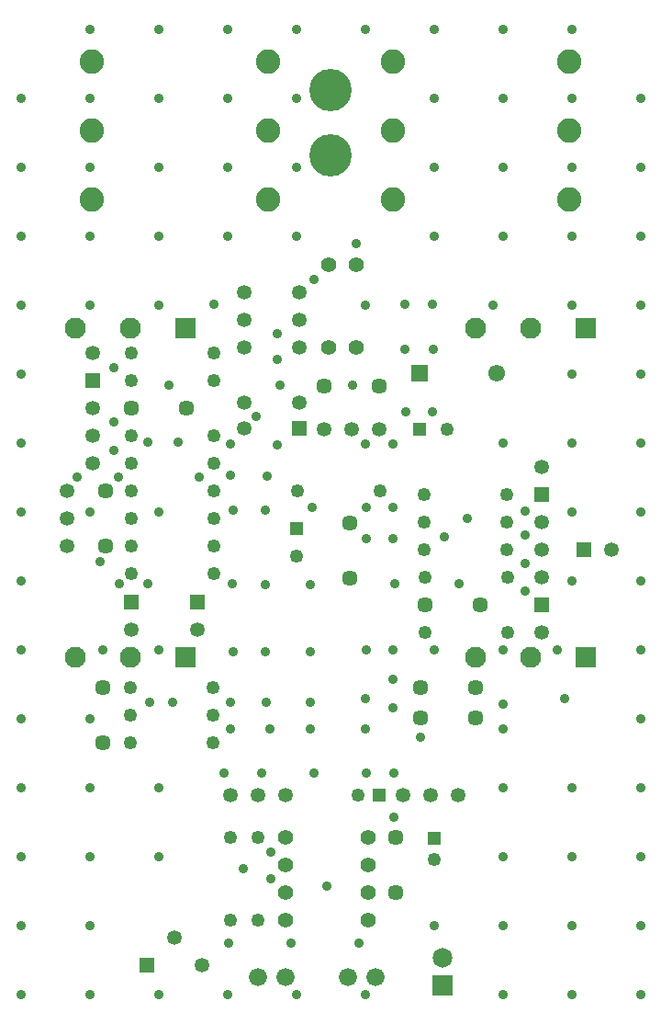
<source format=gbs>
G04*
G04 #@! TF.GenerationSoftware,Altium Limited,Altium Designer,19.0.12 (326)*
G04*
G04 Layer_Color=16711935*
%FSLAX25Y25*%
%MOIN*%
G70*
G01*
G75*
%ADD17C,0.05315*%
%ADD18R,0.05315X0.05315*%
%ADD19C,0.07191*%
%ADD20R,0.07191X0.07191*%
%ADD21C,0.15355*%
%ADD22C,0.04922*%
%ADD23R,0.04922X0.04922*%
%ADD24C,0.05709*%
%ADD25R,0.07678X0.07678*%
%ADD26C,0.07678*%
%ADD27C,0.08859*%
%ADD28R,0.05315X0.05315*%
%ADD29R,0.06103X0.06103*%
%ADD30C,0.06103*%
%ADD31R,0.04922X0.04922*%
%ADD32C,0.06591*%
%ADD33C,0.05316*%
%ADD34C,0.05591*%
%ADD35C,0.03591*%
D17*
X69424Y14600D02*
D03*
X59425Y24600D02*
D03*
X85000Y209000D02*
D03*
X193000Y195000D02*
D03*
Y155000D02*
D03*
Y165000D02*
D03*
Y175000D02*
D03*
X218311Y165000D02*
D03*
X192932Y135000D02*
D03*
X113989Y208896D02*
D03*
X123989D02*
D03*
X133989D02*
D03*
X20500Y166500D02*
D03*
Y176500D02*
D03*
Y186500D02*
D03*
X30000Y236500D02*
D03*
Y216500D02*
D03*
Y206500D02*
D03*
Y196500D02*
D03*
X68000Y136000D02*
D03*
X44000D02*
D03*
X79900Y76100D02*
D03*
X99900D02*
D03*
X89900D02*
D03*
X142463D02*
D03*
X152463D02*
D03*
X162463D02*
D03*
D18*
X49424Y14600D02*
D03*
X105000Y209000D02*
D03*
X208311Y165000D02*
D03*
D19*
X157000Y17300D02*
D03*
D20*
Y7300D02*
D03*
D21*
X116250Y308278D02*
D03*
Y331900D02*
D03*
D22*
X79900Y60731D02*
D03*
Y30731D02*
D03*
X126109Y76100D02*
D03*
X89900Y60731D02*
D03*
Y30731D02*
D03*
X180402Y185000D02*
D03*
X150402D02*
D03*
X180400Y175000D02*
D03*
X150400D02*
D03*
X180402Y165000D02*
D03*
X150402D02*
D03*
X180500Y155000D02*
D03*
X150500D02*
D03*
X180500Y135000D02*
D03*
X150500D02*
D03*
X158500Y208875D02*
D03*
X104095Y186602D02*
D03*
X134095D02*
D03*
X104000Y162990D02*
D03*
X44000Y236500D02*
D03*
X74000D02*
D03*
X44000Y226500D02*
D03*
X74000D02*
D03*
Y206521D02*
D03*
X44000D02*
D03*
X74000Y196500D02*
D03*
X44000D02*
D03*
Y186500D02*
D03*
X74000D02*
D03*
X44000Y176500D02*
D03*
X74000D02*
D03*
Y166500D02*
D03*
X44000D02*
D03*
X73900Y156500D02*
D03*
X43900D02*
D03*
X43500Y115000D02*
D03*
X73500D02*
D03*
X43500Y105000D02*
D03*
X73500D02*
D03*
Y95000D02*
D03*
X43500D02*
D03*
X153873Y52689D02*
D03*
D23*
X133989Y76100D02*
D03*
X148500Y208875D02*
D03*
D24*
X114011Y224400D02*
D03*
X134011D02*
D03*
X170500Y145000D02*
D03*
X150500D02*
D03*
X169000Y115128D02*
D03*
X149000D02*
D03*
Y104000D02*
D03*
X169000D02*
D03*
X123292Y154902D02*
D03*
Y174902D02*
D03*
X34500Y166500D02*
D03*
Y186500D02*
D03*
X44000Y216500D02*
D03*
X64000D02*
D03*
X33500Y95127D02*
D03*
Y115128D02*
D03*
X139966Y40731D02*
D03*
Y60731D02*
D03*
D25*
X209000Y245500D02*
D03*
Y126000D02*
D03*
X63500Y245500D02*
D03*
Y126000D02*
D03*
D26*
X189000Y245500D02*
D03*
X169000D02*
D03*
X189000Y126000D02*
D03*
X169000D02*
D03*
X43500Y245500D02*
D03*
X23500D02*
D03*
X43500Y126000D02*
D03*
X23500D02*
D03*
D27*
X138911Y317100D02*
D03*
X202809D02*
D03*
X138911Y342100D02*
D03*
X202809D02*
D03*
X138911Y292100D02*
D03*
X202809D02*
D03*
X29692Y317100D02*
D03*
X93590D02*
D03*
X29692Y342100D02*
D03*
X93590D02*
D03*
X29692Y292100D02*
D03*
X93590D02*
D03*
D28*
X193000Y185000D02*
D03*
X192932Y145000D02*
D03*
X30000Y226500D02*
D03*
X68000Y146000D02*
D03*
X44000D02*
D03*
D29*
X148500Y229285D02*
D03*
D30*
X176500D02*
D03*
D31*
X104000Y172990D02*
D03*
X153873Y60569D02*
D03*
D32*
X89752Y10000D02*
D03*
X99752D02*
D03*
X132497Y10065D02*
D03*
X122497D02*
D03*
D33*
X85000Y218500D02*
D03*
Y238500D02*
D03*
Y248500D02*
D03*
Y258500D02*
D03*
X105000D02*
D03*
Y248500D02*
D03*
Y238500D02*
D03*
Y218500D02*
D03*
D34*
X115674Y238500D02*
D03*
X125674D02*
D03*
Y268500D02*
D03*
X115674D02*
D03*
X129946Y30728D02*
D03*
Y40728D02*
D03*
Y60728D02*
D03*
Y50728D02*
D03*
X99946Y30728D02*
D03*
Y40728D02*
D03*
Y50728D02*
D03*
Y60728D02*
D03*
D35*
X178750Y128800D02*
D03*
X203750Y178800D02*
D03*
X28750Y278800D02*
D03*
X84500Y49600D02*
D03*
X228750Y153800D02*
D03*
X203750Y3800D02*
D03*
X178750Y353800D02*
D03*
X186810Y179000D02*
D03*
X128750Y353800D02*
D03*
X53750Y178800D02*
D03*
X186951Y170500D02*
D03*
X203750Y278800D02*
D03*
X28750Y28800D02*
D03*
X3750Y103800D02*
D03*
X94700Y45700D02*
D03*
X157500Y169991D02*
D03*
X198500Y128682D02*
D03*
X53750Y78800D02*
D03*
X109000Y128191D02*
D03*
X115000Y43127D02*
D03*
X139400Y68100D02*
D03*
X228750Y128800D02*
D03*
X50500Y109993D02*
D03*
X178750Y328800D02*
D03*
X228750Y278800D02*
D03*
X139000Y118200D02*
D03*
X103750Y303800D02*
D03*
X203750Y28800D02*
D03*
X80000Y100000D02*
D03*
X3750Y128800D02*
D03*
X129158Y84200D02*
D03*
X28750Y303800D02*
D03*
X53750Y3800D02*
D03*
X3750Y78800D02*
D03*
X201100Y111200D02*
D03*
X228750Y203800D02*
D03*
X143395Y254000D02*
D03*
X97000Y203311D02*
D03*
X143400Y237800D02*
D03*
X92800Y109700D02*
D03*
X178750Y109000D02*
D03*
X50000Y152885D02*
D03*
X3750Y3800D02*
D03*
X61066Y204000D02*
D03*
X91300Y84200D02*
D03*
X129000Y203530D02*
D03*
X53750Y303800D02*
D03*
X28750Y328800D02*
D03*
X78750Y353800D02*
D03*
X28750D02*
D03*
X143600Y215200D02*
D03*
X109500Y180500D02*
D03*
X39119Y191500D02*
D03*
X139500Y152885D02*
D03*
X103750Y3800D02*
D03*
X78750Y303800D02*
D03*
X53750Y278800D02*
D03*
X68500Y191507D02*
D03*
X28750Y78800D02*
D03*
X3750Y28800D02*
D03*
X78750Y328800D02*
D03*
X203750Y353800D02*
D03*
X228750Y103800D02*
D03*
X80000Y109993D02*
D03*
X178750Y78800D02*
D03*
X203750Y203800D02*
D03*
X139000Y180500D02*
D03*
X203750Y78800D02*
D03*
X28750Y53800D02*
D03*
X186810Y150000D02*
D03*
X28750Y178800D02*
D03*
X103750Y328800D02*
D03*
X3750D02*
D03*
X109000Y109993D02*
D03*
X92600Y128200D02*
D03*
X153750Y128800D02*
D03*
Y353800D02*
D03*
X79100Y22500D02*
D03*
X228750Y328800D02*
D03*
X77600Y84200D02*
D03*
X97000Y234245D02*
D03*
X129200Y180500D02*
D03*
X178750Y278800D02*
D03*
X126618Y22500D02*
D03*
X109000Y100100D02*
D03*
X102000Y22500D02*
D03*
X203750Y253800D02*
D03*
X178750Y203800D02*
D03*
X3750D02*
D03*
X178750Y3800D02*
D03*
X3750Y303800D02*
D03*
X53750Y253800D02*
D03*
Y328800D02*
D03*
X203750Y303800D02*
D03*
X153750D02*
D03*
X57500Y224700D02*
D03*
X80687Y152885D02*
D03*
X50000Y204000D02*
D03*
X139000Y107900D02*
D03*
X53750Y53800D02*
D03*
X103750Y353800D02*
D03*
X153750Y28800D02*
D03*
X163000Y152903D02*
D03*
X24200Y191507D02*
D03*
X94300Y100100D02*
D03*
X128750Y253800D02*
D03*
X203750Y53800D02*
D03*
X79913Y203419D02*
D03*
X128900Y111000D02*
D03*
X124169Y224700D02*
D03*
X175200Y253800D02*
D03*
X128900Y100000D02*
D03*
X3750Y53800D02*
D03*
X37587Y211500D02*
D03*
X28750Y253800D02*
D03*
X32500Y160875D02*
D03*
X28750Y103800D02*
D03*
X37700Y231000D02*
D03*
X97000Y243500D02*
D03*
X228750Y3800D02*
D03*
Y53800D02*
D03*
X153500Y237800D02*
D03*
X153750Y328800D02*
D03*
X109000Y152600D02*
D03*
X228750Y28800D02*
D03*
X178750Y303800D02*
D03*
Y100000D02*
D03*
X98000Y224800D02*
D03*
X228750Y78800D02*
D03*
X138900Y203419D02*
D03*
X28750Y3800D02*
D03*
X178750Y28800D02*
D03*
X139100Y84200D02*
D03*
X129085Y128682D02*
D03*
X3750Y153800D02*
D03*
X39500Y152903D02*
D03*
X3750Y278800D02*
D03*
X59000Y109993D02*
D03*
X3750Y228800D02*
D03*
X203750Y328800D02*
D03*
X53750Y353800D02*
D03*
X37587Y201200D02*
D03*
X148907Y97000D02*
D03*
X139000Y128682D02*
D03*
X110100Y84200D02*
D03*
X53750Y128800D02*
D03*
X128750Y3800D02*
D03*
X153391Y254000D02*
D03*
X228750Y228800D02*
D03*
X178750Y53800D02*
D03*
X94700Y55500D02*
D03*
X33700Y128800D02*
D03*
X89400Y213566D02*
D03*
X203750Y153800D02*
D03*
X228750Y303800D02*
D03*
X166000Y176633D02*
D03*
X3750Y253800D02*
D03*
X203750Y228800D02*
D03*
X78750Y278800D02*
D03*
X153750D02*
D03*
X3750Y178800D02*
D03*
X228750D02*
D03*
X186810Y160000D02*
D03*
X103750Y278800D02*
D03*
X228750Y253800D02*
D03*
X153300Y215100D02*
D03*
X78750Y3800D02*
D03*
X92490Y179491D02*
D03*
X80844Y179581D02*
D03*
X92490Y152600D02*
D03*
X80844Y128200D02*
D03*
X93200Y191937D02*
D03*
X79900Y192000D02*
D03*
X139000Y169090D02*
D03*
X129200Y169200D02*
D03*
X73900Y254300D02*
D03*
X125621Y276000D02*
D03*
X110400Y263300D02*
D03*
M02*

</source>
